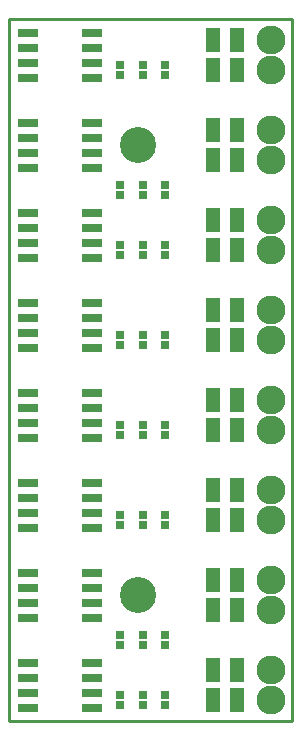
<source format=gbs>
G04 #@! TF.FileFunction,Soldermask,Bot*
%FSLAX46Y46*%
G04 Gerber Fmt 4.6, Leading zero omitted, Abs format (unit mm)*
G04 Created by KiCad (PCBNEW 0.201505120158+5650~23~ubuntu14.04.1-product) date Thu 14 May 2015 12:47:03 PM EDT*
%MOMM*%
G01*
G04 APERTURE LIST*
%ADD10C,0.100000*%
%ADD11C,0.228600*%
%ADD12C,2.438400*%
%ADD13R,1.701800X0.751840*%
%ADD14C,3.048000*%
%ADD15R,0.721360X0.721360*%
%ADD16R,1.187400X2.000200*%
G04 APERTURE END LIST*
D10*
D11*
X25400000Y-84836000D02*
X49364900Y-84836000D01*
X49364900Y-25400000D02*
X49364900Y-84836000D01*
X25400000Y-25400000D02*
X25400000Y-84836000D01*
X25400000Y-25400000D02*
X49364900Y-25400000D01*
D12*
X47586900Y-27178000D03*
X47586900Y-29718000D03*
X47586900Y-34798000D03*
X47586900Y-37338000D03*
X47586900Y-42418000D03*
X47586900Y-44958000D03*
X47586900Y-50038000D03*
X47586900Y-52578000D03*
X47586900Y-57658000D03*
X47586900Y-60198000D03*
X47586900Y-65278000D03*
X47586900Y-67818000D03*
X47586900Y-72898000D03*
X47586900Y-75438000D03*
X47586900Y-80518000D03*
X47586900Y-83058000D03*
D13*
X32454900Y-79883000D03*
X32454900Y-81153000D03*
X32454900Y-82423000D03*
X32454900Y-83693000D03*
X27070100Y-83693000D03*
X27070100Y-82423000D03*
X27070100Y-81153000D03*
X27070100Y-79883000D03*
X32454900Y-72263000D03*
X32454900Y-73533000D03*
X32454900Y-74803000D03*
X32454900Y-76073000D03*
X27070100Y-76073000D03*
X27070100Y-74803000D03*
X27070100Y-73533000D03*
X27070100Y-72263000D03*
X32454900Y-64643000D03*
X32454900Y-65913000D03*
X32454900Y-67183000D03*
X32454900Y-68453000D03*
X27070100Y-68453000D03*
X27070100Y-67183000D03*
X27070100Y-65913000D03*
X27070100Y-64643000D03*
X32454900Y-57023000D03*
X32454900Y-58293000D03*
X32454900Y-59563000D03*
X32454900Y-60833000D03*
X27070100Y-60833000D03*
X27070100Y-59563000D03*
X27070100Y-58293000D03*
X27070100Y-57023000D03*
X32454900Y-49403000D03*
X32454900Y-50673000D03*
X32454900Y-51943000D03*
X32454900Y-53213000D03*
X27070100Y-53213000D03*
X27070100Y-51943000D03*
X27070100Y-50673000D03*
X27070100Y-49403000D03*
X32454900Y-41783000D03*
X32454900Y-43053000D03*
X32454900Y-44323000D03*
X32454900Y-45593000D03*
X27070100Y-45593000D03*
X27070100Y-44323000D03*
X27070100Y-43053000D03*
X27070100Y-41783000D03*
X32454900Y-34163000D03*
X32454900Y-35433000D03*
X32454900Y-36703000D03*
X32454900Y-37973000D03*
X27070100Y-37973000D03*
X27070100Y-36703000D03*
X27070100Y-35433000D03*
X27070100Y-34163000D03*
X32454900Y-26543000D03*
X32454900Y-27813000D03*
X32454900Y-29083000D03*
X32454900Y-30353000D03*
X27070100Y-30353000D03*
X27070100Y-29083000D03*
X27070100Y-27813000D03*
X27070100Y-26543000D03*
D14*
X36334700Y-74168000D03*
X36334700Y-36068000D03*
D15*
X36747400Y-29268420D03*
X36747400Y-30167580D03*
X36747400Y-39428420D03*
X36747400Y-40327580D03*
X36747400Y-44508420D03*
X36747400Y-45407580D03*
X36747400Y-52128420D03*
X36747400Y-53027580D03*
X36747400Y-59748420D03*
X36747400Y-60647580D03*
X36747400Y-67368420D03*
X36747400Y-68267580D03*
X36747400Y-77528420D03*
X36747400Y-78427580D03*
X36747400Y-82608420D03*
X36747400Y-83507580D03*
X34842400Y-29268420D03*
X34842400Y-30167580D03*
X38652400Y-29268420D03*
X38652400Y-30167580D03*
X34842400Y-39428420D03*
X34842400Y-40327580D03*
X38652400Y-39428420D03*
X38652400Y-40327580D03*
X34842400Y-44508420D03*
X34842400Y-45407580D03*
X38652400Y-44508420D03*
X38652400Y-45407580D03*
X34842400Y-52128420D03*
X34842400Y-53027580D03*
X38652400Y-52128420D03*
X38652400Y-53027580D03*
X34842400Y-59748420D03*
X34842400Y-60647580D03*
X38652400Y-59748420D03*
X38652400Y-60647580D03*
X34842400Y-67368420D03*
X34842400Y-68267580D03*
X38652400Y-67368420D03*
X38652400Y-68267580D03*
X34842400Y-77528420D03*
X34842400Y-78427580D03*
X38652400Y-77528420D03*
X38652400Y-78427580D03*
X34842400Y-82608420D03*
X34842400Y-83507580D03*
X38652400Y-82608420D03*
X38652400Y-83507580D03*
D16*
X42691000Y-80518000D03*
X44773800Y-80518000D03*
X42691000Y-72898000D03*
X44773800Y-72898000D03*
X42691000Y-65278000D03*
X44773800Y-65278000D03*
X42691000Y-57658000D03*
X44773800Y-57658000D03*
X42691000Y-50038000D03*
X44773800Y-50038000D03*
X42691000Y-42418000D03*
X44773800Y-42418000D03*
X42691000Y-34798000D03*
X44773800Y-34798000D03*
X42691000Y-27178000D03*
X44773800Y-27178000D03*
X42691000Y-83058000D03*
X44773800Y-83058000D03*
X42691000Y-75438000D03*
X44773800Y-75438000D03*
X42691000Y-67818000D03*
X44773800Y-67818000D03*
X42691000Y-60198000D03*
X44773800Y-60198000D03*
X42691000Y-52578000D03*
X44773800Y-52578000D03*
X42691000Y-44958000D03*
X44773800Y-44958000D03*
X42691000Y-37338000D03*
X44773800Y-37338000D03*
X42691000Y-29718000D03*
X44773800Y-29718000D03*
M02*

</source>
